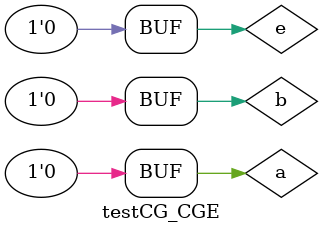
<source format=v>
`timescale 1ns/1ns
module testCG_CGE();
  reg a=0,b=0,e=0;
  wire w;
  CG_CGE test4(a,b,e,w);
  initial begin 
  a=1;
  #(50) a=0;b=1;e=1;
  #(50) a=1;b=1;e=1;
  #(50) a=0;b=0;e=0;
  #(50) b=0;
  end
endmodule

  
  

</source>
